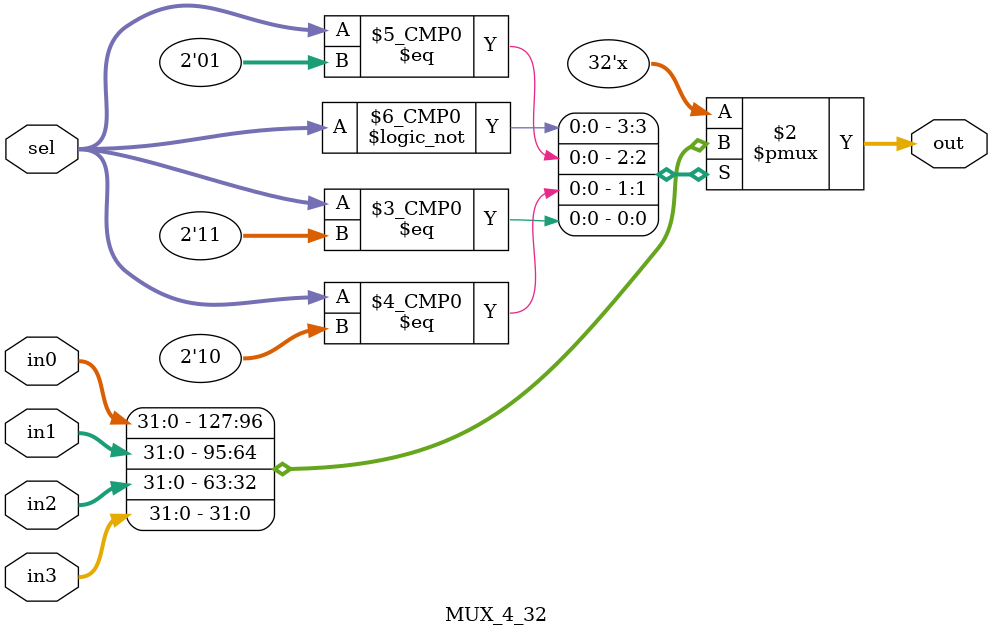
<source format=v>
`timescale 1ns / 1ps
module MUX_2_32(
	input [31:0] in0,
	input [31:0] in1,
	input sel,
	output reg [31:0] out
    );
	always@(*) begin
		case(sel)
			1'b0: out = in0;
			1'b1: out = in1;
			default: out = 32'h00000000;
		endcase
	end
endmodule

module MUX_4_5(
	input [4:0] in0,
	input [4:0] in1,
	input [4:0] in2,
	input [4:0] in3,
	input [1:0] sel,
	output reg [4:0] out
    );
	always@(*) begin
		case(sel)
			2'b00: out = in0;
			2'b01: out = in1;
			2'b10: out = in2;
			2'b11: out = in3;
			default: out = 5'b00000;
		endcase
	end
endmodule

module MUX_4_32(
	input [31:0] in0,
	input [31:0] in1,
	input [31:0] in2,
	input [31:0] in3,
	input [1:0] sel,
	output reg [31:0] out
    );
	always@(*) begin
		case(sel)
			2'b00: out = in0;
			2'b01: out = in1;
			2'b10: out = in2;
			2'b11: out = in3;
			default: out = 32'h00000000;
		endcase
	end
endmodule





</source>
